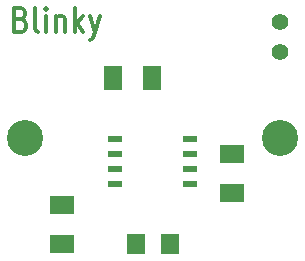
<source format=gts>
G04 (created by PCBNEW (2013-07-07 BZR 4022)-stable) date 1/28/2014 12:53:12 PM*
%MOIN*%
G04 Gerber Fmt 3.4, Leading zero omitted, Abs format*
%FSLAX34Y34*%
G01*
G70*
G90*
G04 APERTURE LIST*
%ADD10C,0.006*%
%ADD11C,0.011811*%
%ADD12R,0.045X0.02*%
%ADD13R,0.06X0.08*%
%ADD14R,0.08X0.06*%
%ADD15C,0.055*%
%ADD16R,0.0629X0.0709*%
%ADD17C,0.12*%
G04 APERTURE END LIST*
G54D10*
G54D11*
X11433Y-10354D02*
X11533Y-10392D01*
X11566Y-10430D01*
X11600Y-10507D01*
X11600Y-10621D01*
X11566Y-10697D01*
X11533Y-10735D01*
X11466Y-10773D01*
X11200Y-10773D01*
X11200Y-9973D01*
X11433Y-9973D01*
X11500Y-10011D01*
X11533Y-10050D01*
X11566Y-10126D01*
X11566Y-10202D01*
X11533Y-10278D01*
X11500Y-10316D01*
X11433Y-10354D01*
X11200Y-10354D01*
X12000Y-10773D02*
X11933Y-10735D01*
X11900Y-10659D01*
X11900Y-9973D01*
X12266Y-10773D02*
X12266Y-10240D01*
X12266Y-9973D02*
X12233Y-10011D01*
X12266Y-10050D01*
X12300Y-10011D01*
X12266Y-9973D01*
X12266Y-10050D01*
X12600Y-10240D02*
X12600Y-10773D01*
X12600Y-10316D02*
X12633Y-10278D01*
X12700Y-10240D01*
X12800Y-10240D01*
X12866Y-10278D01*
X12900Y-10354D01*
X12900Y-10773D01*
X13233Y-10773D02*
X13233Y-9973D01*
X13300Y-10469D02*
X13500Y-10773D01*
X13500Y-10240D02*
X13233Y-10545D01*
X13733Y-10240D02*
X13900Y-10773D01*
X14066Y-10240D02*
X13900Y-10773D01*
X13833Y-10964D01*
X13800Y-11002D01*
X13733Y-11040D01*
G54D12*
X17050Y-14350D03*
X17050Y-14850D03*
X17050Y-15350D03*
X17050Y-15850D03*
X14550Y-15850D03*
X14550Y-15350D03*
X14550Y-14850D03*
X14550Y-14350D03*
G54D13*
X15800Y-12300D03*
X14500Y-12300D03*
G54D14*
X18450Y-14850D03*
X18450Y-16150D03*
X12800Y-16550D03*
X12800Y-17850D03*
G54D15*
X20050Y-10450D03*
X20050Y-11450D03*
G54D16*
X15251Y-17850D03*
X16369Y-17850D03*
G54D17*
X20060Y-14300D03*
X11560Y-14300D03*
M02*

</source>
